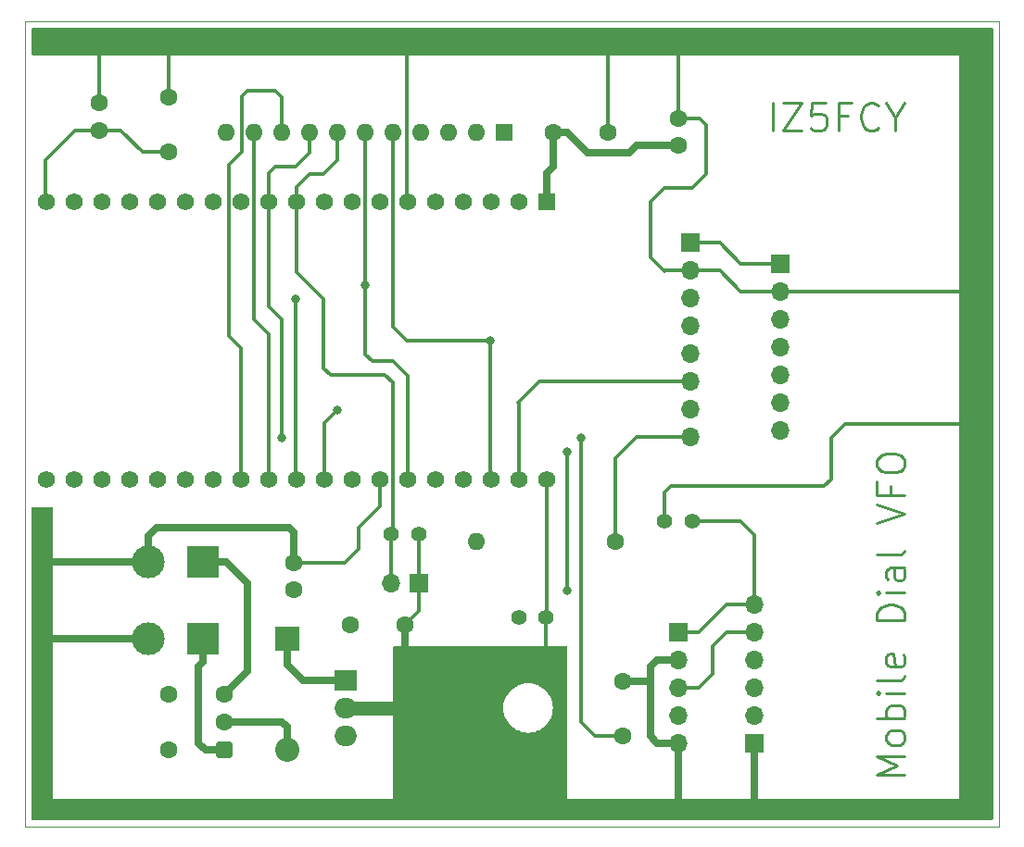
<source format=gbr>
%TF.GenerationSoftware,KiCad,Pcbnew,(6.0.5)*%
%TF.CreationDate,2022-11-22T17:26:58+01:00*%
%TF.ProjectId,VFOsys_FCY_2,56464f73-7973-45f4-9643-595f322e6b69,rev?*%
%TF.SameCoordinates,Original*%
%TF.FileFunction,Copper,L1,Top*%
%TF.FilePolarity,Positive*%
%FSLAX45Y45*%
G04 Gerber Fmt 4.5, Leading zero omitted, Abs format (unit mm)*
G04 Created by KiCad (PCBNEW (6.0.5)) date 2022-11-22 17:26:58*
%MOMM*%
%LPD*%
G01*
G04 APERTURE LIST*
G04 Aperture macros list*
%AMRoundRect*
0 Rectangle with rounded corners*
0 $1 Rounding radius*
0 $2 $3 $4 $5 $6 $7 $8 $9 X,Y pos of 4 corners*
0 Add a 4 corners polygon primitive as box body*
4,1,4,$2,$3,$4,$5,$6,$7,$8,$9,$2,$3,0*
0 Add four circle primitives for the rounded corners*
1,1,$1+$1,$2,$3*
1,1,$1+$1,$4,$5*
1,1,$1+$1,$6,$7*
1,1,$1+$1,$8,$9*
0 Add four rect primitives between the rounded corners*
20,1,$1+$1,$2,$3,$4,$5,0*
20,1,$1+$1,$4,$5,$6,$7,0*
20,1,$1+$1,$6,$7,$8,$9,0*
20,1,$1+$1,$8,$9,$2,$3,0*%
G04 Aperture macros list end*
%TA.AperFunction,Profile*%
%ADD10C,0.100000*%
%TD*%
%ADD11C,0.254000*%
%TA.AperFunction,NonConductor*%
%ADD12C,0.254000*%
%TD*%
%TA.AperFunction,ComponentPad*%
%ADD13R,1.700000X1.700000*%
%TD*%
%TA.AperFunction,ComponentPad*%
%ADD14O,1.700000X1.700000*%
%TD*%
%TA.AperFunction,ComponentPad*%
%ADD15C,1.600000*%
%TD*%
%TA.AperFunction,ComponentPad*%
%ADD16R,3.000000X3.000000*%
%TD*%
%TA.AperFunction,ComponentPad*%
%ADD17C,3.000000*%
%TD*%
%TA.AperFunction,ComponentPad*%
%ADD18R,2.000000X1.905000*%
%TD*%
%TA.AperFunction,ComponentPad*%
%ADD19O,2.000000X1.905000*%
%TD*%
%TA.AperFunction,ComponentPad*%
%ADD20RoundRect,0.400000X-0.400000X-0.400000X0.400000X-0.400000X0.400000X0.400000X-0.400000X0.400000X0*%
%TD*%
%TA.AperFunction,ComponentPad*%
%ADD21R,2.200000X2.200000*%
%TD*%
%TA.AperFunction,ComponentPad*%
%ADD22O,2.200000X2.200000*%
%TD*%
%TA.AperFunction,ComponentPad*%
%ADD23C,1.400000*%
%TD*%
%TA.AperFunction,ComponentPad*%
%ADD24R,1.600000X1.600000*%
%TD*%
%TA.AperFunction,ComponentPad*%
%ADD25O,1.600000X1.600000*%
%TD*%
%TA.AperFunction,ComponentPad*%
%ADD26R,1.560000X1.560000*%
%TD*%
%TA.AperFunction,ComponentPad*%
%ADD27C,1.560000*%
%TD*%
%TA.AperFunction,ComponentPad*%
%ADD28C,1.562100*%
%TD*%
%TA.AperFunction,ViaPad*%
%ADD29C,0.800000*%
%TD*%
%TA.AperFunction,Conductor*%
%ADD30C,0.635000*%
%TD*%
%TA.AperFunction,Conductor*%
%ADD31C,0.304800*%
%TD*%
%TA.AperFunction,Conductor*%
%ADD32C,1.270000*%
%TD*%
G04 APERTURE END LIST*
D10*
X10160000Y-13843000D02*
X10160000Y-6477000D01*
X19062700Y-6477000D02*
X19062700Y-13843000D01*
X10160000Y-6477000D02*
X19062700Y-6477000D01*
X19062700Y-13843000D02*
X10160000Y-13843000D01*
D11*
D12*
X18199705Y-13376124D02*
X17945705Y-13376124D01*
X18127133Y-13291457D01*
X17945705Y-13206790D01*
X18199705Y-13206790D01*
X18199705Y-13049552D02*
X18187610Y-13073743D01*
X18175514Y-13085838D01*
X18151324Y-13097933D01*
X18078752Y-13097933D01*
X18054562Y-13085838D01*
X18042467Y-13073743D01*
X18030371Y-13049552D01*
X18030371Y-13013267D01*
X18042467Y-12989076D01*
X18054562Y-12976981D01*
X18078752Y-12964886D01*
X18151324Y-12964886D01*
X18175514Y-12976981D01*
X18187610Y-12989076D01*
X18199705Y-13013267D01*
X18199705Y-13049552D01*
X18199705Y-12856028D02*
X17945705Y-12856028D01*
X18042467Y-12856028D02*
X18030371Y-12831838D01*
X18030371Y-12783457D01*
X18042467Y-12759267D01*
X18054562Y-12747171D01*
X18078752Y-12735076D01*
X18151324Y-12735076D01*
X18175514Y-12747171D01*
X18187610Y-12759267D01*
X18199705Y-12783457D01*
X18199705Y-12831838D01*
X18187610Y-12856028D01*
X18199705Y-12626219D02*
X18030371Y-12626219D01*
X17945705Y-12626219D02*
X17957800Y-12638314D01*
X17969895Y-12626219D01*
X17957800Y-12614124D01*
X17945705Y-12626219D01*
X17969895Y-12626219D01*
X18199705Y-12468981D02*
X18187610Y-12493171D01*
X18163419Y-12505267D01*
X17945705Y-12505267D01*
X18187610Y-12275457D02*
X18199705Y-12299648D01*
X18199705Y-12348028D01*
X18187610Y-12372219D01*
X18163419Y-12384314D01*
X18066657Y-12384314D01*
X18042467Y-12372219D01*
X18030371Y-12348028D01*
X18030371Y-12299648D01*
X18042467Y-12275457D01*
X18066657Y-12263362D01*
X18090848Y-12263362D01*
X18115038Y-12384314D01*
X18199705Y-11960981D02*
X17945705Y-11960981D01*
X17945705Y-11900505D01*
X17957800Y-11864219D01*
X17981990Y-11840028D01*
X18006181Y-11827933D01*
X18054562Y-11815838D01*
X18090848Y-11815838D01*
X18139229Y-11827933D01*
X18163419Y-11840028D01*
X18187610Y-11864219D01*
X18199705Y-11900505D01*
X18199705Y-11960981D01*
X18199705Y-11706981D02*
X18030371Y-11706981D01*
X17945705Y-11706981D02*
X17957800Y-11719076D01*
X17969895Y-11706981D01*
X17957800Y-11694886D01*
X17945705Y-11706981D01*
X17969895Y-11706981D01*
X18199705Y-11477171D02*
X18066657Y-11477171D01*
X18042467Y-11489267D01*
X18030371Y-11513457D01*
X18030371Y-11561838D01*
X18042467Y-11586028D01*
X18187610Y-11477171D02*
X18199705Y-11501362D01*
X18199705Y-11561838D01*
X18187610Y-11586028D01*
X18163419Y-11598124D01*
X18139229Y-11598124D01*
X18115038Y-11586028D01*
X18102943Y-11561838D01*
X18102943Y-11501362D01*
X18090848Y-11477171D01*
X18199705Y-11319933D02*
X18187610Y-11344124D01*
X18163419Y-11356219D01*
X17945705Y-11356219D01*
X17945705Y-11065933D02*
X18199705Y-10981267D01*
X17945705Y-10896600D01*
X18066657Y-10727267D02*
X18066657Y-10811933D01*
X18199705Y-10811933D02*
X17945705Y-10811933D01*
X17945705Y-10690981D01*
X17945705Y-10545838D02*
X17945705Y-10497457D01*
X17957800Y-10473267D01*
X17981990Y-10449076D01*
X18030371Y-10436981D01*
X18115038Y-10436981D01*
X18163419Y-10449076D01*
X18187610Y-10473267D01*
X18199705Y-10497457D01*
X18199705Y-10545838D01*
X18187610Y-10570029D01*
X18163419Y-10594219D01*
X18115038Y-10606314D01*
X18030371Y-10606314D01*
X17981990Y-10594219D01*
X17957800Y-10570029D01*
X17945705Y-10545838D01*
D11*
D12*
X16990181Y-7480905D02*
X16990181Y-7226905D01*
X17086943Y-7226905D02*
X17256276Y-7226905D01*
X17086943Y-7480905D01*
X17256276Y-7480905D01*
X17473990Y-7226905D02*
X17353038Y-7226905D01*
X17340943Y-7347857D01*
X17353038Y-7335762D01*
X17377229Y-7323667D01*
X17437705Y-7323667D01*
X17461895Y-7335762D01*
X17473990Y-7347857D01*
X17486086Y-7372048D01*
X17486086Y-7432524D01*
X17473990Y-7456714D01*
X17461895Y-7468809D01*
X17437705Y-7480905D01*
X17377229Y-7480905D01*
X17353038Y-7468809D01*
X17340943Y-7456714D01*
X17679610Y-7347857D02*
X17594943Y-7347857D01*
X17594943Y-7480905D02*
X17594943Y-7226905D01*
X17715895Y-7226905D01*
X17957800Y-7456714D02*
X17945705Y-7468809D01*
X17909419Y-7480905D01*
X17885229Y-7480905D01*
X17848943Y-7468809D01*
X17824752Y-7444619D01*
X17812657Y-7420428D01*
X17800562Y-7372048D01*
X17800562Y-7335762D01*
X17812657Y-7287381D01*
X17824752Y-7263190D01*
X17848943Y-7239000D01*
X17885229Y-7226905D01*
X17909419Y-7226905D01*
X17945705Y-7239000D01*
X17957800Y-7251095D01*
X18115038Y-7359952D02*
X18115038Y-7480905D01*
X18030371Y-7226905D02*
X18115038Y-7359952D01*
X18199705Y-7226905D01*
D13*
%TO.P,J5,1,Pin_1*%
%TO.N,GND*%
X13761524Y-11617637D03*
D14*
%TO.P,J5,2,Pin_2*%
%TO.N,Net-(C9-Pad1)*%
X13507524Y-11617637D03*
%TD*%
D15*
%TO.P,C10,1*%
%TO.N,Net-(C10-Pad1)*%
X15621000Y-13017500D03*
%TO.P,C10,2*%
%TO.N,GND*%
X15621000Y-12517500D03*
%TD*%
D13*
%TO.P,J3,1,Pin_1*%
%TO.N,Net-(C7-Pad1)*%
X16129000Y-12065500D03*
D14*
%TO.P,J3,2,Pin_2*%
%TO.N,GND*%
X16129000Y-12319500D03*
%TO.P,J3,3,Pin_3*%
%TO.N,Net-(C8-Pad1)*%
X16129000Y-12573500D03*
%TO.P,J3,4,Pin_4*%
%TO.N,Net-(C10-Pad1)*%
X16129000Y-12827500D03*
%TO.P,J3,5,Pin_5*%
%TO.N,GND*%
X16129000Y-13081500D03*
%TD*%
D16*
%TO.P,J11,1,Pin_1*%
%TO.N,Net-(J11-Pad1)*%
X11788526Y-11427137D03*
D17*
%TO.P,J11,2,Pin_2*%
%TO.N,GND*%
X11288526Y-11427137D03*
%TD*%
D13*
%TO.P,J8,1,Pin_1*%
%TO.N,GND*%
X16827500Y-13081000D03*
D14*
%TO.P,J8,2,Pin_2*%
%TO.N,unconnected-(J8-Pad2)*%
X16827500Y-12827000D03*
%TO.P,J8,3,Pin_3*%
%TO.N,Net-(C1-Pad1)*%
X16827500Y-12573000D03*
%TO.P,J8,4,Pin_4*%
%TO.N,unconnected-(J8-Pad4)*%
X16827500Y-12319000D03*
%TO.P,J8,5,Pin_5*%
%TO.N,Net-(C8-Pad1)*%
X16827500Y-12065000D03*
%TO.P,J8,6,Pin_6*%
%TO.N,Net-(C7-Pad1)*%
X16827500Y-11811000D03*
%TD*%
D16*
%TO.P,J1,1,Pin_1*%
%TO.N,Net-(J1-Pad1)*%
X11788526Y-12125637D03*
D17*
%TO.P,J1,2,Pin_2*%
%TO.N,GND*%
X11288526Y-12125637D03*
%TD*%
D18*
%TO.P,U1,1,VI*%
%TO.N,Net-(D1-Pad1)*%
X13092026Y-12506637D03*
D19*
%TO.P,U1,2,GND*%
%TO.N,GND*%
X13092026Y-12760637D03*
%TO.P,U1,3,VO*%
%TO.N,Net-(C1-Pad1)*%
X13092026Y-13014637D03*
%TD*%
D13*
%TO.P,J4,1,Pin_1*%
%TO.N,Net-(C5-Pad1)*%
X17063027Y-8696637D03*
D14*
%TO.P,J4,2,Pin_2*%
%TO.N,GND*%
X17063027Y-8950637D03*
%TO.P,J4,3,Pin_3*%
%TO.N,Net-(J4-Pad3)*%
X17063027Y-9204637D03*
%TO.P,J4,4,Pin_4*%
%TO.N,Net-(J4-Pad4)*%
X17063027Y-9458637D03*
%TO.P,J4,5,Pin_5*%
%TO.N,unconnected-(J4-Pad5)*%
X17063027Y-9712637D03*
%TO.P,J4,6,Pin_6*%
%TO.N,unconnected-(J4-Pad6)*%
X17063027Y-9966637D03*
%TO.P,J4,7,Pin_7*%
%TO.N,unconnected-(J4-Pad7)*%
X17063027Y-10220637D03*
%TD*%
D15*
%TO.P,SW1,*%
%TO.N,*%
X11476025Y-13141637D03*
X11476025Y-12633637D03*
D20*
%TO.P,SW1,1,A*%
%TO.N,Net-(J1-Pad1)*%
X11984025Y-13141637D03*
D15*
%TO.P,SW1,2,B*%
%TO.N,Net-(D1-Pad2)*%
X11984025Y-12887637D03*
%TO.P,SW1,3,C*%
%TO.N,Net-(J11-Pad1)*%
X11984025Y-12633637D03*
%TD*%
D21*
%TO.P,D1,1,K*%
%TO.N,Net-(D1-Pad1)*%
X12554527Y-12125637D03*
D22*
%TO.P,D1,2,A*%
%TO.N,Net-(D1-Pad2)*%
X12554527Y-13141637D03*
%TD*%
D23*
%TO.P,C8,1*%
%TO.N,Net-(C8-Pad1)*%
X14670499Y-11935137D03*
%TO.P,C8,2*%
%TO.N,GND*%
X14920499Y-11935137D03*
%TD*%
D15*
%TO.P,C2,1*%
%TO.N,Net-(C1-Pad1)*%
X12618027Y-11679138D03*
%TO.P,C2,2*%
%TO.N,GND*%
X12618027Y-11429138D03*
%TD*%
%TO.P,C3,1*%
%TO.N,Net-(C1-Pad1)*%
X16129000Y-7618000D03*
%TO.P,C3,2*%
%TO.N,GND*%
X16129000Y-7368000D03*
%TD*%
%TO.P,C5,1*%
%TO.N,Net-(C5-Pad1)*%
X10840027Y-7478403D03*
%TO.P,C5,2*%
%TO.N,GND*%
X10840027Y-7228403D03*
%TD*%
D24*
%TO.P,RN1,1,common*%
%TO.N,Net-(C5-Pad1)*%
X14541500Y-7493000D03*
D25*
%TO.P,RN1,2,R1*%
%TO.N,unconnected-(RN1-Pad2)*%
X14287500Y-7493000D03*
%TO.P,RN1,3,R2*%
%TO.N,unconnected-(RN1-Pad3)*%
X14033500Y-7493000D03*
%TO.P,RN1,4,R3*%
%TO.N,unconnected-(RN1-Pad4)*%
X13779500Y-7493000D03*
%TO.P,RN1,5,R4*%
%TO.N,Net-(J4-Pad4)*%
X13525500Y-7493000D03*
%TO.P,RN1,6,R5*%
%TO.N,Net-(J4-Pad3)*%
X13271500Y-7493000D03*
%TO.P,RN1,7,R6*%
%TO.N,Net-(C9-Pad1)*%
X13017500Y-7493000D03*
%TO.P,RN1,8,R7*%
%TO.N,Net-(C10-Pad1)*%
X12763500Y-7493000D03*
%TO.P,RN1,9,R8*%
%TO.N,Net-(C7-Pad1)*%
X12509500Y-7493000D03*
%TO.P,RN1,10,R9*%
%TO.N,Net-(C8-Pad1)*%
X12255500Y-7493000D03*
%TO.P,RN1,11,R10*%
%TO.N,unconnected-(RN1-Pad11)*%
X12001500Y-7493000D03*
%TD*%
D15*
%TO.P,C1,1*%
%TO.N,Net-(C1-Pad1)*%
X13134025Y-11998637D03*
%TO.P,C1,2*%
%TO.N,GND*%
X13634025Y-11998637D03*
%TD*%
D23*
%TO.P,C9,1*%
%TO.N,Net-(C9-Pad1)*%
X13507027Y-11173137D03*
%TO.P,C9,2*%
%TO.N,GND*%
X13757027Y-11173137D03*
%TD*%
%TO.P,C7,1*%
%TO.N,Net-(C7-Pad1)*%
X16254001Y-11049000D03*
%TO.P,C7,2*%
%TO.N,GND*%
X16004001Y-11049000D03*
%TD*%
D15*
%TO.P,R3,1*%
%TO.N,Net-(J2-Pad8)*%
X15557500Y-11239500D03*
D25*
%TO.P,R3,2*%
%TO.N,Net-(C1-Pad1)*%
X14287500Y-11239500D03*
%TD*%
D15*
%TO.P,C6,1*%
%TO.N,Net-(C5-Pad1)*%
X11475027Y-7676639D03*
%TO.P,C6,2*%
%TO.N,GND*%
X11475027Y-7176639D03*
%TD*%
D26*
%TO.P,U2,1,Vin_5V*%
%TO.N,Net-(C1-Pad1)*%
X14930000Y-8128000D03*
D27*
%TO.P,U2,2,CMD*%
%TO.N,unconnected-(U2-Pad2)*%
X14676000Y-8128000D03*
%TO.P,U2,3,D3*%
%TO.N,unconnected-(U2-Pad3)*%
X14422000Y-8128000D03*
%TO.P,U2,4,D2*%
%TO.N,unconnected-(U2-Pad4)*%
X14168000Y-8128000D03*
%TO.P,U2,5,GPIO13*%
%TO.N,unconnected-(U2-Pad5)*%
X13914000Y-8128000D03*
%TO.P,U2,6,GND*%
%TO.N,GND*%
X13660000Y-8128000D03*
%TO.P,U2,7,IO12*%
%TO.N,unconnected-(U2-Pad7)*%
X13406000Y-8128000D03*
%TO.P,U2,8,IO14*%
%TO.N,unconnected-(U2-Pad8)*%
X13152000Y-8128000D03*
%TO.P,U2,9,IO27*%
%TO.N,unconnected-(U2-Pad9)*%
X12898000Y-8128000D03*
%TO.P,U2,10,IO26*%
%TO.N,Net-(C9-Pad1)*%
X12644001Y-8128000D03*
D28*
%TO.P,U2,11,IO25*%
%TO.N,Net-(C10-Pad1)*%
X12390001Y-8128000D03*
%TO.P,U2,12,IO33*%
%TO.N,unconnected-(U2-Pad12)*%
X12136001Y-8128000D03*
D27*
%TO.P,U2,13,IO32*%
%TO.N,unconnected-(U2-Pad13)*%
X11882000Y-8128000D03*
%TO.P,U2,14,IO35*%
%TO.N,unconnected-(U2-Pad14)*%
X11628000Y-8128000D03*
%TO.P,U2,15,IO34*%
%TO.N,unconnected-(U2-Pad15)*%
X11374000Y-8128000D03*
%TO.P,U2,16,SVN*%
%TO.N,unconnected-(U2-Pad16)*%
X11120000Y-8128000D03*
%TO.P,U2,17,SVP*%
%TO.N,unconnected-(U2-Pad17)*%
X10866000Y-8128000D03*
%TO.P,U2,18,Reset*%
%TO.N,unconnected-(U2-Pad18)*%
X10612000Y-8128000D03*
%TO.P,U2,19,V_3v3*%
%TO.N,Net-(C5-Pad1)*%
X10358000Y-8128000D03*
%TO.P,U2,20,GND*%
%TO.N,GND*%
X14930000Y-10668000D03*
%TO.P,U2,21,(mosi)IO23*%
%TO.N,Net-(J2-Pad6)*%
X14676000Y-10668000D03*
%TO.P,U2,22,(scl)IO22*%
%TO.N,Net-(J4-Pad4)*%
X14422000Y-10668000D03*
%TO.P,U2,23,TX_D0*%
%TO.N,unconnected-(U2-Pad23)*%
X14168000Y-10668000D03*
%TO.P,U2,24,RX_D0*%
%TO.N,unconnected-(U2-Pad24)*%
X13914000Y-10668000D03*
%TO.P,U2,25,(sda)IO21*%
%TO.N,Net-(J4-Pad3)*%
X13660000Y-10668000D03*
%TO.P,U2,26,GND*%
%TO.N,GND*%
X13406000Y-10668000D03*
%TO.P,U2,27,(miso)IO19*%
%TO.N,unconnected-(U2-Pad27)*%
X13152000Y-10668000D03*
%TO.P,U2,28,(sck)IO18*%
%TO.N,Net-(J2-Pad7)*%
X12898000Y-10668000D03*
%TO.P,U2,29,(ss)IO5*%
%TO.N,Net-(J2-Pad3)*%
X12644000Y-10668000D03*
%TO.P,U2,30,(txd)IO17*%
%TO.N,Net-(C8-Pad1)*%
X12390001Y-10668000D03*
%TO.P,U2,31,(rxd)IO16*%
%TO.N,Net-(C7-Pad1)*%
X12136001Y-10668000D03*
%TO.P,U2,32,(adc2_0)IO4*%
%TO.N,unconnected-(U2-Pad32)*%
X11882000Y-10668000D03*
%TO.P,U2,33,(adc2_1)IO0*%
%TO.N,unconnected-(U2-Pad33)*%
X11628000Y-10668000D03*
%TO.P,U2,34,(adc2_2)IO2*%
%TO.N,Net-(J2-Pad5)*%
X11374000Y-10668000D03*
%TO.P,U2,35,(adc2_3)IO15*%
%TO.N,Net-(J2-Pad4)*%
X11120000Y-10668000D03*
%TO.P,U2,36,FLASH_D1*%
%TO.N,unconnected-(U2-Pad36)*%
X10866000Y-10668000D03*
%TO.P,U2,37,FLASH_D0*%
%TO.N,unconnected-(U2-Pad37)*%
X10612000Y-10668000D03*
%TO.P,U2,38,FLASH_SCK*%
%TO.N,unconnected-(U2-Pad38)*%
X10358000Y-10668000D03*
%TD*%
D13*
%TO.P,J2,1,Pin_1*%
%TO.N,Net-(C5-Pad1)*%
X16237527Y-8507639D03*
D14*
%TO.P,J2,2,Pin_2*%
%TO.N,GND*%
X16237527Y-8761639D03*
%TO.P,J2,3,Pin_3*%
%TO.N,Net-(J2-Pad3)*%
X16237527Y-9015639D03*
%TO.P,J2,4,Pin_4*%
%TO.N,Net-(J2-Pad4)*%
X16237527Y-9269639D03*
%TO.P,J2,5,Pin_5*%
%TO.N,Net-(J2-Pad5)*%
X16237527Y-9523639D03*
%TO.P,J2,6,Pin_6*%
%TO.N,Net-(J2-Pad6)*%
X16237527Y-9777639D03*
%TO.P,J2,7,Pin_7*%
%TO.N,Net-(J2-Pad7)*%
X16237527Y-10031639D03*
%TO.P,J2,8,Pin_8*%
%TO.N,Net-(J2-Pad8)*%
X16237527Y-10285639D03*
%TD*%
D15*
%TO.P,C4,1*%
%TO.N,Net-(C1-Pad1)*%
X14986000Y-7493000D03*
%TO.P,C4,2*%
%TO.N,GND*%
X15486000Y-7493000D03*
%TD*%
D29*
%TO.N,Net-(C10-Pad1)*%
X15240000Y-10287000D03*
X12509500Y-10287000D03*
%TO.N,Net-(J4-Pad3)*%
X13271500Y-8890000D03*
%TO.N,Net-(J4-Pad4)*%
X14414500Y-9398000D03*
%TO.N,Net-(C7-Pad1)*%
X15113000Y-11684000D03*
X15113000Y-10414000D03*
%TO.N,Net-(J2-Pad3)*%
X12636500Y-9017000D03*
%TO.N,Net-(J2-Pad7)*%
X13017500Y-10033000D03*
%TD*%
D30*
%TO.N,Net-(D1-Pad2)*%
X12506637Y-12887637D02*
X12554527Y-12935527D01*
X11984025Y-12887637D02*
X12506637Y-12887637D01*
X12554527Y-12935527D02*
X12554527Y-13141637D01*
%TO.N,GND*%
X15939000Y-12319500D02*
X16129000Y-12319500D01*
D31*
X11475027Y-7176639D02*
X11475027Y-6731000D01*
D30*
X16827500Y-13081000D02*
X16827500Y-13652500D01*
D31*
X16700500Y-8953500D02*
X16703363Y-8950637D01*
D30*
X11288527Y-12125637D02*
X10353363Y-12125637D01*
X15875000Y-12517501D02*
X15875000Y-13017500D01*
D31*
X15486000Y-7493000D02*
X15486000Y-6739000D01*
X14930000Y-10668000D02*
X14930000Y-11925636D01*
X15875000Y-8128000D02*
X16002000Y-8001000D01*
D30*
X12573000Y-11112500D02*
X12618027Y-11157527D01*
D31*
X17526000Y-10287000D02*
X17653000Y-10160000D01*
X16065500Y-10731500D02*
X17462500Y-10731500D01*
D30*
X15939000Y-13081500D02*
X16129000Y-13081500D01*
D31*
X14920499Y-11935137D02*
X14920499Y-12316999D01*
X17526000Y-10668000D02*
X17526000Y-10287000D01*
X16383000Y-7429500D02*
X16321500Y-7368000D01*
X15938500Y-12319000D02*
X15939000Y-12319500D01*
X14930000Y-11925636D02*
X14920499Y-11935137D01*
X12618027Y-11429138D02*
X13081862Y-11429138D01*
D30*
X10353363Y-11427137D02*
X11288527Y-11427137D01*
D31*
X17462500Y-10731500D02*
X17526000Y-10668000D01*
X13757027Y-11613140D02*
X13761524Y-11617637D01*
X16256000Y-8001000D02*
X16383000Y-7874000D01*
D30*
X15875000Y-12517501D02*
X15875000Y-12382500D01*
D31*
X10353363Y-12125637D02*
X10350500Y-12128500D01*
X17653000Y-10160000D02*
X18796000Y-10160000D01*
X13208000Y-11112500D02*
X13406000Y-10914500D01*
X15875000Y-8636000D02*
X15875000Y-8128000D01*
X16237527Y-8761639D02*
X16508639Y-8761639D01*
D30*
X16129000Y-13081500D02*
X16129000Y-13652500D01*
D31*
X16004001Y-10792999D02*
X16065500Y-10731500D01*
X13208000Y-11303000D02*
X13208000Y-11112500D01*
D30*
X15875000Y-12382500D02*
X15938500Y-12319000D01*
D31*
X16003361Y-8761639D02*
X16002000Y-8763000D01*
X10840027Y-7228403D02*
X10840027Y-6749473D01*
X18796000Y-8953500D02*
X18793137Y-8950637D01*
X16002000Y-8763000D02*
X15875000Y-8636000D01*
X16002000Y-8001000D02*
X16256000Y-8001000D01*
X16129000Y-7368000D02*
X16129000Y-6731000D01*
X16321500Y-7368000D02*
X16129000Y-7368000D01*
X13761524Y-11871138D02*
X13634025Y-11998637D01*
D30*
X13634024Y-11998637D02*
X13634024Y-12300524D01*
D32*
X13092026Y-12760637D02*
X13586137Y-12760637D01*
D31*
X13652500Y-8120500D02*
X13652500Y-6667500D01*
D30*
X11288527Y-11190473D02*
X11366500Y-11112500D01*
D31*
X16703363Y-8950637D02*
X17063027Y-8950637D01*
X13761524Y-11617637D02*
X13761524Y-11871138D01*
D30*
X11366500Y-11112500D02*
X12573000Y-11112500D01*
D31*
X13660000Y-8128000D02*
X13652500Y-8120500D01*
X16004001Y-11049000D02*
X16004001Y-10792999D01*
D30*
X11288527Y-11427137D02*
X11288527Y-11190473D01*
D31*
X14920499Y-12316999D02*
X14922500Y-12319000D01*
X16237527Y-8761639D02*
X16003361Y-8761639D01*
X17063027Y-8950637D02*
X18793137Y-8950637D01*
D30*
X12618027Y-11157527D02*
X12618027Y-11429139D01*
X15621000Y-12517501D02*
X15875000Y-12517501D01*
D31*
X16508639Y-8761639D02*
X16700500Y-8953500D01*
X13406000Y-10914500D02*
X13406000Y-10668000D01*
X13081862Y-11429138D02*
X13208000Y-11303000D01*
X16383000Y-7874000D02*
X16383000Y-7429500D01*
D30*
X15875000Y-13017500D02*
X15939000Y-13081500D01*
D31*
X13757027Y-11173137D02*
X13757027Y-11613140D01*
%TO.N,Net-(C9-Pad1)*%
X13449382Y-9715500D02*
X13519191Y-9785309D01*
X12890500Y-9017000D02*
X12890500Y-9652000D01*
X13507524Y-11173635D02*
X13507027Y-11173137D01*
X12644001Y-7993499D02*
X12644001Y-8128000D01*
X13519191Y-11160973D02*
X13507027Y-11173137D01*
X12644001Y-8770501D02*
X12890500Y-9017000D01*
X12763500Y-7874000D02*
X12644001Y-7993499D01*
X13017500Y-7747000D02*
X12890500Y-7874000D01*
X12890500Y-7874000D02*
X12763500Y-7874000D01*
X12644001Y-8128000D02*
X12644001Y-8770501D01*
X13519191Y-9785309D02*
X13519191Y-11160973D01*
X13017500Y-7493000D02*
X13017500Y-7747000D01*
X13507524Y-11617637D02*
X13507524Y-11173635D01*
X12954000Y-9715500D02*
X13449382Y-9715500D01*
X12890500Y-9652000D02*
X12954000Y-9715500D01*
%TO.N,Net-(C10-Pad1)*%
X15240000Y-12890500D02*
X15367000Y-13017500D01*
X15240000Y-10287000D02*
X15240000Y-12890500D01*
X12446000Y-7810500D02*
X12390001Y-7866499D01*
X12509500Y-9207500D02*
X12509500Y-10287000D01*
X12390001Y-7866499D02*
X12390001Y-8128000D01*
X12763500Y-7493000D02*
X12763500Y-7683500D01*
X12763500Y-7683500D02*
X12636500Y-7810500D01*
X12390001Y-8128000D02*
X12390001Y-9088001D01*
X15367000Y-13017500D02*
X15621000Y-13017500D01*
X12636500Y-7810500D02*
X12446000Y-7810500D01*
X12390001Y-9088001D02*
X12509500Y-9207500D01*
%TO.N,Net-(C5-Pad1)*%
X10358000Y-8128000D02*
X10350500Y-8120500D01*
X16508639Y-8507639D02*
X16697637Y-8696637D01*
X10350500Y-7747000D02*
X10619097Y-7478403D01*
X10619097Y-7478403D02*
X10840027Y-7478403D01*
X16697637Y-8696637D02*
X17063027Y-8696637D01*
X16237527Y-8507639D02*
X16508639Y-8507639D01*
X11232639Y-7676639D02*
X11475027Y-7676639D01*
X10840027Y-7478403D02*
X11034403Y-7478403D01*
X10350500Y-8120500D02*
X10350500Y-7747000D01*
X11034403Y-7478403D02*
X11232639Y-7676639D01*
%TO.N,Net-(J4-Pad3)*%
X13525500Y-9588500D02*
X13660000Y-9723000D01*
X13660000Y-9723000D02*
X13660000Y-10668000D01*
X13271500Y-9144000D02*
X13271500Y-8890000D01*
X13271500Y-7493000D02*
X13271500Y-9144000D01*
X13271500Y-9144000D02*
X13271500Y-9525000D01*
X13335000Y-9588500D02*
X13525500Y-9588500D01*
X13271500Y-9525000D02*
X13335000Y-9588500D01*
%TO.N,Net-(J4-Pad4)*%
X13525500Y-7493000D02*
X13525500Y-9271000D01*
X14414500Y-9398000D02*
X14414500Y-10660500D01*
X13525500Y-9271000D02*
X13652500Y-9398000D01*
X13652500Y-9398000D02*
X14414500Y-9398000D01*
X14414500Y-10660500D02*
X14422000Y-10668000D01*
%TO.N,Net-(C7-Pad1)*%
X12136001Y-9469001D02*
X12136001Y-10668000D01*
X12509500Y-7493000D02*
X12509500Y-7175500D01*
X16573500Y-11811000D02*
X16827500Y-11811000D01*
X12022704Y-9355705D02*
X12136001Y-9469001D01*
X12140309Y-7163691D02*
X12140309Y-7671691D01*
X16827500Y-11176000D02*
X16700500Y-11049000D01*
X12140309Y-7671691D02*
X12022704Y-7789295D01*
X12446000Y-7112000D02*
X12192000Y-7112000D01*
X15113000Y-10414000D02*
X15113000Y-11684000D01*
X16827500Y-11811000D02*
X16827500Y-11176000D01*
X12022704Y-7789295D02*
X12022704Y-9355705D01*
X16700500Y-11049000D02*
X16254001Y-11049000D01*
X12192000Y-7112000D02*
X12140309Y-7163691D01*
X16129000Y-12065500D02*
X16319000Y-12065500D01*
X16319000Y-12065500D02*
X16573500Y-11811000D01*
X12509500Y-7175500D02*
X12446000Y-7112000D01*
D30*
%TO.N,Net-(D1-Pad1)*%
X12697137Y-12506637D02*
X12554527Y-12364027D01*
X12554527Y-12364027D02*
X12554527Y-12125637D01*
X13092026Y-12506637D02*
X12697137Y-12506637D01*
D31*
%TO.N,Net-(J2-Pad3)*%
X12636500Y-10660500D02*
X12636500Y-9017000D01*
D30*
%TO.N,Net-(J11-Pad1)*%
X12192000Y-11620500D02*
X12192000Y-12425662D01*
X12192000Y-12425662D02*
X11984025Y-12633637D01*
X11998637Y-11427137D02*
X12192000Y-11620500D01*
X11788526Y-11427137D02*
X11998637Y-11427137D01*
%TO.N,Net-(J1-Pad1)*%
X11808137Y-13141637D02*
X11984025Y-13141637D01*
X11788526Y-12341474D02*
X11747500Y-12382500D01*
X11747500Y-13081000D02*
X11808137Y-13141637D01*
X11747500Y-12382500D02*
X11747500Y-13081000D01*
X11788526Y-12125637D02*
X11788526Y-12341474D01*
D31*
%TO.N,Net-(C8-Pad1)*%
X12255500Y-9207500D02*
X12390001Y-9342001D01*
X16573500Y-12065000D02*
X16827500Y-12065000D01*
X12255500Y-7493000D02*
X12255500Y-9207500D01*
X16129000Y-12573500D02*
X16319000Y-12573500D01*
X16446500Y-12192000D02*
X16573500Y-12065000D01*
X12390001Y-9342001D02*
X12390001Y-10668000D01*
X16446500Y-12446000D02*
X16446500Y-12192000D01*
X16319000Y-12573500D02*
X16446500Y-12446000D01*
%TO.N,Net-(J2-Pad6)*%
X14676000Y-9977000D02*
X14668500Y-9969500D01*
X14668500Y-9969500D02*
X14860361Y-9777639D01*
X14860361Y-9777639D02*
X16237527Y-9777639D01*
X14676000Y-10668000D02*
X14676000Y-9977000D01*
%TO.N,Net-(J2-Pad7)*%
X13018861Y-10031639D02*
X13017500Y-10033000D01*
X12898000Y-10160000D02*
X12898000Y-10668000D01*
X13017500Y-10033000D02*
X12898000Y-10152500D01*
%TO.N,Net-(J2-Pad8)*%
X15557500Y-10477500D02*
X15749361Y-10285639D01*
X15749361Y-10285639D02*
X16237527Y-10285639D01*
X15557500Y-11239500D02*
X15557500Y-10477500D01*
D30*
%TO.N,Net-(C1-Pad1)*%
X15750000Y-7618000D02*
X16129000Y-7618000D01*
X14986000Y-7493000D02*
X15113000Y-7493000D01*
X14930000Y-7866500D02*
X14930000Y-8128000D01*
X15113000Y-7493000D02*
X15303500Y-7683500D01*
X15684500Y-7683500D02*
X15750000Y-7618000D01*
X14986000Y-7493000D02*
X14986000Y-7810500D01*
X14986000Y-7810500D02*
X14930000Y-7866500D01*
X15303500Y-7683500D02*
X15684500Y-7683500D01*
%TD*%
%TA.AperFunction,Conductor*%
%TO.N,GND*%
G36*
X15107212Y-12194000D02*
G01*
X15111861Y-12199366D01*
X15113000Y-12204600D01*
X15113000Y-13652500D01*
X13525500Y-13652500D01*
X13525500Y-12760637D01*
X14531691Y-12760637D01*
X14533628Y-12790180D01*
X14539404Y-12819217D01*
X14548920Y-12847252D01*
X14562015Y-12873805D01*
X14578463Y-12898421D01*
X14578734Y-12898731D01*
X14578735Y-12898731D01*
X14597712Y-12920371D01*
X14597983Y-12920680D01*
X14598292Y-12920951D01*
X14619932Y-12939929D01*
X14619933Y-12939929D01*
X14620242Y-12940201D01*
X14620585Y-12940430D01*
X14620585Y-12940430D01*
X14638967Y-12952712D01*
X14644859Y-12956649D01*
X14645229Y-12956831D01*
X14645229Y-12956832D01*
X14658857Y-12963552D01*
X14671412Y-12969743D01*
X14671802Y-12969876D01*
X14671802Y-12969876D01*
X14699055Y-12979127D01*
X14699055Y-12979127D01*
X14699446Y-12979260D01*
X14699851Y-12979340D01*
X14699851Y-12979340D01*
X14728080Y-12984955D01*
X14728080Y-12984955D01*
X14728483Y-12985036D01*
X14728894Y-12985063D01*
X14728895Y-12985063D01*
X14757614Y-12986945D01*
X14758026Y-12986972D01*
X14758438Y-12986945D01*
X14787157Y-12985063D01*
X14787158Y-12985063D01*
X14787569Y-12985036D01*
X14787972Y-12984955D01*
X14787973Y-12984955D01*
X14816201Y-12979340D01*
X14816201Y-12979340D01*
X14816606Y-12979260D01*
X14816997Y-12979127D01*
X14816997Y-12979127D01*
X14844250Y-12969876D01*
X14844250Y-12969876D01*
X14844641Y-12969743D01*
X14857195Y-12963552D01*
X14870823Y-12956832D01*
X14870823Y-12956831D01*
X14871193Y-12956649D01*
X14877086Y-12952712D01*
X14895467Y-12940430D01*
X14895467Y-12940430D01*
X14895810Y-12940201D01*
X14896119Y-12939929D01*
X14896120Y-12939929D01*
X14917760Y-12920951D01*
X14918069Y-12920680D01*
X14918340Y-12920371D01*
X14937318Y-12898731D01*
X14937318Y-12898731D01*
X14937589Y-12898421D01*
X14954038Y-12873805D01*
X14967132Y-12847252D01*
X14976648Y-12819217D01*
X14982424Y-12790180D01*
X14984361Y-12760637D01*
X14982424Y-12731095D01*
X14976648Y-12702058D01*
X14967132Y-12674023D01*
X14954038Y-12647470D01*
X14937589Y-12622854D01*
X14937318Y-12622544D01*
X14937318Y-12622544D01*
X14918340Y-12600904D01*
X14918069Y-12600595D01*
X14917760Y-12600324D01*
X14896120Y-12581346D01*
X14896119Y-12581345D01*
X14895810Y-12581074D01*
X14895467Y-12580845D01*
X14895467Y-12580845D01*
X14871537Y-12564855D01*
X14871193Y-12564626D01*
X14870823Y-12564443D01*
X14870823Y-12564443D01*
X14857195Y-12557723D01*
X14844641Y-12551531D01*
X14844250Y-12551399D01*
X14816997Y-12542148D01*
X14816997Y-12542148D01*
X14816606Y-12542015D01*
X14816201Y-12541935D01*
X14816201Y-12541934D01*
X14787973Y-12536319D01*
X14787972Y-12536319D01*
X14787569Y-12536239D01*
X14787158Y-12536212D01*
X14787157Y-12536212D01*
X14758438Y-12534330D01*
X14758026Y-12534303D01*
X14757614Y-12534330D01*
X14728895Y-12536212D01*
X14728894Y-12536212D01*
X14728483Y-12536239D01*
X14728080Y-12536319D01*
X14728080Y-12536319D01*
X14699851Y-12541934D01*
X14699851Y-12541935D01*
X14699446Y-12542015D01*
X14699055Y-12542148D01*
X14699055Y-12542148D01*
X14671802Y-12551399D01*
X14671412Y-12551531D01*
X14658857Y-12557723D01*
X14645229Y-12564443D01*
X14645229Y-12564443D01*
X14644859Y-12564626D01*
X14644515Y-12564855D01*
X14620585Y-12580845D01*
X14620585Y-12580845D01*
X14620242Y-12581074D01*
X14619933Y-12581345D01*
X14619932Y-12581346D01*
X14598292Y-12600324D01*
X14597983Y-12600595D01*
X14597712Y-12600904D01*
X14578735Y-12622544D01*
X14578734Y-12622544D01*
X14578463Y-12622854D01*
X14562015Y-12647470D01*
X14548920Y-12674023D01*
X14539404Y-12702058D01*
X14533628Y-12731095D01*
X14531691Y-12760637D01*
X13525500Y-12760637D01*
X13525500Y-12204600D01*
X13527500Y-12197788D01*
X13532866Y-12193139D01*
X13538100Y-12192000D01*
X15100400Y-12192000D01*
X15107212Y-12194000D01*
G37*
%TD.AperFunction*%
%TD*%
%TA.AperFunction,Conductor*%
%TO.N,GND*%
G36*
X18998562Y-6537350D02*
G01*
X19003211Y-6542716D01*
X19004350Y-6547950D01*
X19004350Y-13772050D01*
X19002350Y-13778862D01*
X18996984Y-13783511D01*
X18991750Y-13784650D01*
X18694400Y-13784650D01*
X18694400Y-6535350D01*
X18991750Y-6535350D01*
X18998562Y-6537350D01*
G37*
%TD.AperFunction*%
%TD*%
%TA.AperFunction,Conductor*%
%TO.N,GND*%
G36*
X18770600Y-13784650D02*
G01*
X10230950Y-13784650D01*
X10224138Y-13782650D01*
X10219489Y-13777284D01*
X10218350Y-13772050D01*
X10218350Y-13589000D01*
X18770600Y-13589000D01*
X18770600Y-13784650D01*
G37*
%TD.AperFunction*%
%TD*%
%TA.AperFunction,Conductor*%
%TO.N,GND*%
G36*
X18719800Y-6794500D02*
G01*
X10236100Y-6794500D01*
X10229288Y-6792500D01*
X10224639Y-6787134D01*
X10223500Y-6781900D01*
X10223500Y-6547950D01*
X10225500Y-6541138D01*
X10230866Y-6536489D01*
X10236100Y-6535350D01*
X18719800Y-6535350D01*
X18719800Y-6794500D01*
G37*
%TD.AperFunction*%
%TD*%
%TA.AperFunction,Conductor*%
%TO.N,GND*%
G36*
X10408212Y-10924000D02*
G01*
X10412861Y-10929366D01*
X10414000Y-10934600D01*
X10414000Y-13652500D01*
X10218350Y-13652500D01*
X10218350Y-10934600D01*
X10220350Y-10927788D01*
X10225716Y-10923139D01*
X10230950Y-10922000D01*
X10401400Y-10922000D01*
X10408212Y-10924000D01*
G37*
%TD.AperFunction*%
%TD*%
M02*

</source>
